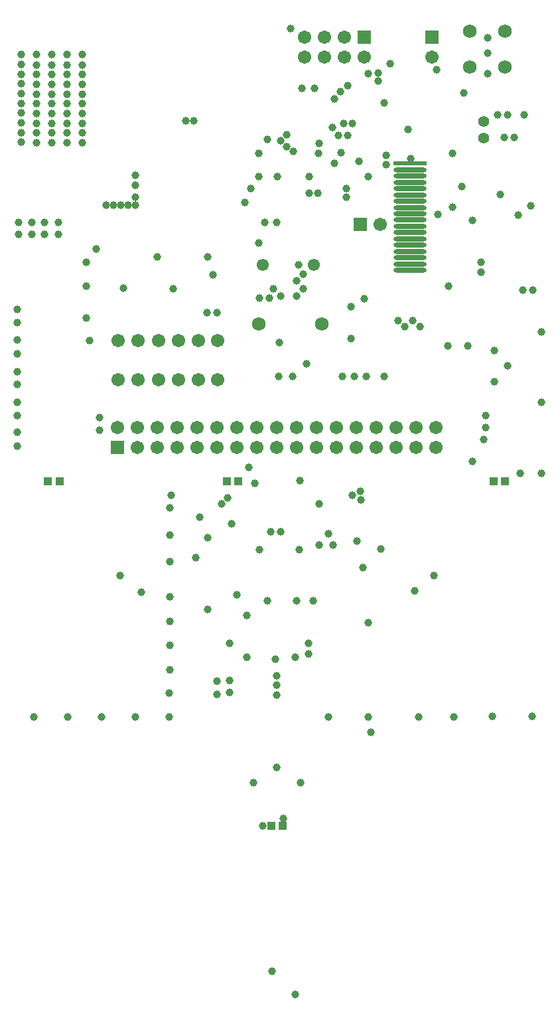
<source format=gbs>
%FSDAX24Y24*%
%MOIN*%
%SFA1B1*%

%IPPOS*%
%ADD114C,0.067100*%
%ADD115C,0.061200*%
%ADD116R,0.067100X0.067100*%
%ADD117R,0.067100X0.067100*%
%ADD118C,0.068000*%
%ADD119C,0.055200*%
%ADD120C,0.039500*%
%ADD121O,0.165500X0.023700*%
%ADD122R,0.165500X0.023700*%
%ADD123R,0.039500X0.039500*%
%LNde-290817-1*%
%LPD*%
G54D114*
X019100Y047950D03*
Y045981D03*
X020100Y047950D03*
Y045981D03*
X021147D03*
X022132D03*
X023116D03*
X024100D03*
X021147Y047950D03*
X022132D03*
X023116D03*
X024100D03*
X028450Y062200D03*
Y063200D03*
X029450Y062200D03*
Y063200D03*
X030450Y062200D03*
Y063200D03*
X031450Y062200D03*
X032250Y053800D03*
X034850Y062200D03*
X019080Y043600D03*
X020080Y042600D03*
Y043600D03*
X021080Y042600D03*
Y043600D03*
X022080Y042600D03*
Y043600D03*
X023080Y042600D03*
Y043600D03*
X024080Y042600D03*
Y043600D03*
X025080Y042600D03*
Y043600D03*
X026080Y042600D03*
Y043600D03*
X027080Y042600D03*
Y043600D03*
X028080Y042600D03*
Y043600D03*
X029080Y042600D03*
Y043600D03*
X030080Y042600D03*
Y043600D03*
X031080Y042600D03*
Y043600D03*
X032080Y042600D03*
Y043600D03*
X033080Y042600D03*
Y043600D03*
X034080Y042600D03*
Y043600D03*
X035080Y042600D03*
Y043600D03*
G54D115*
X028930Y051750D03*
X026370D03*
G54D116*
X031450Y063200D03*
X031250Y053800D03*
X019080Y042600D03*
G54D117*
X034850Y063200D03*
G54D118*
X038536Y061714D03*
X036764D03*
X038536Y063486D03*
X036764D03*
X029325Y048800D03*
X026175D03*
G54D119*
X037450Y058137D03*
Y058963D03*
G54D120*
X028975Y060615D03*
X028250Y025750D03*
X025898D03*
X026820Y016300D03*
X027991Y015118D03*
X027080Y026536D03*
X019350Y050600D03*
X023550Y049350D03*
X022900Y059000D03*
X016100Y053300D03*
X015400D03*
X014750D03*
X014100D03*
X036350Y055700D03*
X035900Y057350D03*
X017300Y060833D03*
Y062320D03*
Y061811D03*
Y061322D03*
Y060344D03*
Y059856D03*
Y059367D03*
Y058878D03*
Y058389D03*
Y057900D03*
X019950Y054750D03*
X018500D03*
X019950Y055150D03*
Y055750D03*
Y056250D03*
X018863Y054750D03*
X019588D03*
X019225D03*
X029200Y057850D03*
X021850Y050550D03*
X031400Y036550D03*
X017500Y051900D03*
Y050700D03*
X018150Y043450D03*
Y044100D03*
X030300Y057400D03*
X036450Y060400D03*
X033650Y058550D03*
X027200Y047850D03*
X025750Y055600D03*
X026150Y052850D03*
X031450Y050050D03*
X030800Y048050D03*
X035100Y061550D03*
X040350Y044850D03*
Y041300D03*
Y048400D03*
X025650Y041600D03*
X026200Y037450D03*
X028200D03*
X024700Y030300D03*
Y030900D03*
X025050Y035200D03*
X028900Y034900D03*
X031650Y033800D03*
X021700Y035100D03*
Y033880D03*
Y032660D03*
Y031440D03*
X021650Y030270D03*
X039900Y029100D03*
X037900D03*
X035950Y029050D03*
X034200D03*
X031650D03*
X029650D03*
X021650D03*
X019950D03*
X018250D03*
X016550D03*
X014850D03*
X016531Y057900D03*
Y058389D03*
Y058878D03*
Y059367D03*
Y059856D03*
Y060344D03*
Y061322D03*
Y061811D03*
Y062320D03*
Y060833D03*
X015761Y057900D03*
Y058389D03*
Y058878D03*
Y059367D03*
Y059856D03*
Y060344D03*
Y061322D03*
Y061811D03*
Y062320D03*
Y060833D03*
X014992Y057900D03*
Y058389D03*
Y058878D03*
Y059367D03*
Y059856D03*
Y060344D03*
Y061322D03*
Y061811D03*
Y062320D03*
Y060833D03*
X014222Y060854D03*
Y062320D03*
Y061831D03*
Y061343D03*
Y060365D03*
Y059876D03*
Y059387D03*
Y058898D03*
Y058409D03*
Y057920D03*
X017650Y047950D03*
X017500Y049100D03*
X014030Y042650D03*
Y044200D03*
Y045750D03*
X014100Y053900D03*
X014750D03*
X015400D03*
X016100D03*
X014030Y048850D03*
Y047300D03*
X023600Y052150D03*
X035700Y050700D03*
X033800Y057100D03*
X018000Y052550D03*
X021050Y052150D03*
X032300Y037500D03*
X028150Y051750D03*
X038650Y046700D03*
X022500Y059000D03*
X027765Y063635D03*
X028400Y051300D03*
X026200Y050100D03*
X024050Y049350D03*
X026700Y050100D03*
X028050Y050950D03*
X031300Y039950D03*
X024600Y040050D03*
X024800Y038750D03*
X024700Y032750D03*
X036900Y041900D03*
X038300Y055300D03*
X038650Y059300D03*
X029950Y056850D03*
X028315Y060615D03*
X019200Y036171D03*
X034950Y036150D03*
X020250Y035329D03*
X034000Y035400D03*
X027150Y046150D03*
X027850D03*
X030350D03*
X030950D03*
X031550D03*
X032450D03*
X032550Y057250D03*
Y056800D03*
X036900Y054000D03*
X035150Y054300D03*
X035900Y054650D03*
X039200Y054250D03*
X023850Y051271D03*
X034250Y048650D03*
X033900Y048950D03*
X033500Y048650D03*
X033150Y048950D03*
X014030Y043350D03*
Y047985D03*
Y046400D03*
X029850Y058650D03*
X030250Y060450D03*
X026608Y034900D03*
X028074D03*
X027250Y038350D03*
X026750D03*
X028660Y032760D03*
X024080Y030210D03*
Y030860D03*
X025565Y032065D03*
X027990Y032060D03*
X028660Y032220D03*
X025560Y034150D03*
X027002Y031960D03*
X027080Y031130D03*
Y030650D03*
Y030170D03*
X030617Y060760D03*
X039940Y050510D03*
X039420D03*
X037340Y051400D03*
Y051900D03*
X038510Y058160D03*
X038990Y058170D03*
X039500Y059310D03*
X038170Y059300D03*
X032450Y059900D03*
X030620Y058250D03*
X030150D03*
X030430Y058850D03*
X030850D03*
X028690Y055370D03*
X029140D03*
X030550Y055610D03*
Y055150D03*
X027550Y057700D03*
X027900Y057450D03*
X029150Y057350D03*
X026450Y053900D03*
X027050D03*
X030800Y049650D03*
X035650Y047700D03*
X038000Y047450D03*
X036650Y047700D03*
X031200Y056950D03*
X028550Y046800D03*
X025450Y054900D03*
X027100Y056200D03*
X029650Y038250D03*
X028050Y050200D03*
X027250D03*
X026600Y058050D03*
X027250Y058000D03*
X027550Y058300D03*
X026900Y050550D03*
X028400D03*
X029900Y037700D03*
X029200D03*
Y039750D03*
X024300D03*
X023000Y037050D03*
X023200Y039085D03*
X023600Y038050D03*
Y034450D03*
X037550Y044200D03*
X025950Y040800D03*
X031250Y040400D03*
X037550Y043600D03*
X021750Y040200D03*
X037450Y043000D03*
X031800Y028300D03*
X026350Y023600D03*
X027400Y023950D03*
X026150Y056200D03*
Y057350D03*
X028700Y056200D03*
X031650D03*
X032150Y061000D03*
X029950Y060100D03*
X021700Y036850D03*
Y038200D03*
Y039550D03*
X032750Y061850D03*
X037650Y063150D03*
Y062400D03*
Y061350D03*
X030850Y040200D03*
X031100Y037900D03*
X014030Y044850D03*
X031650Y061350D03*
X032150Y061400D03*
X028235Y040915D03*
X039290Y041300D03*
X037990Y045910D03*
X039820Y054730D03*
X014030Y049540D03*
G54D121*
X033772Y051496D03*
Y051811D03*
Y052126D03*
Y052441D03*
Y052756D03*
Y053071D03*
Y053386D03*
Y053701D03*
Y054016D03*
Y054331D03*
Y054646D03*
Y054961D03*
Y055276D03*
Y055591D03*
Y055906D03*
Y056221D03*
Y056536D03*
G54D122*
X033772Y056851D03*
G54D123*
X027375Y023583D03*
X026784D03*
X016154Y040906D03*
X015564D03*
X024555Y040900D03*
X025145D03*
X038545Y040906D03*
X037955D03*
M02*
</source>
